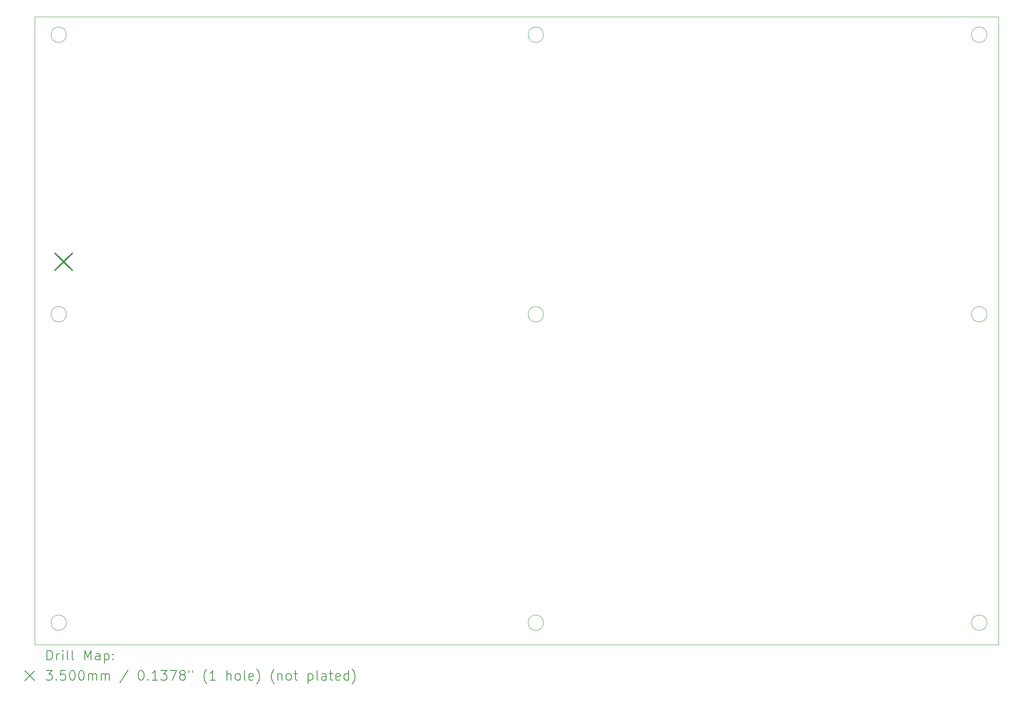
<source format=gbr>
%TF.GenerationSoftware,KiCad,Pcbnew,8.0.8*%
%TF.CreationDate,2025-03-23T17:19:28+09:00*%
%TF.ProjectId,mainBorad,6d61696e-426f-4726-9164-2e6b69636164,rev?*%
%TF.SameCoordinates,Original*%
%TF.FileFunction,Drillmap*%
%TF.FilePolarity,Positive*%
%FSLAX45Y45*%
G04 Gerber Fmt 4.5, Leading zero omitted, Abs format (unit mm)*
G04 Created by KiCad (PCBNEW 8.0.8) date 2025-03-23 17:19:28*
%MOMM*%
%LPD*%
G01*
G04 APERTURE LIST*
%ADD10C,0.050000*%
%ADD11C,0.200000*%
%ADD12C,0.350000*%
G04 APERTURE END LIST*
D10*
X3060000Y-8200000D02*
G75*
G02*
X2740000Y-8200000I-160000J0D01*
G01*
X2740000Y-8200000D02*
G75*
G02*
X3060000Y-8200000I160000J0D01*
G01*
X22160000Y-14600000D02*
G75*
G02*
X21840000Y-14600000I-160000J0D01*
G01*
X21840000Y-14600000D02*
G75*
G02*
X22160000Y-14600000I160000J0D01*
G01*
X22160000Y-2400000D02*
G75*
G02*
X21840000Y-2400000I-160000J0D01*
G01*
X21840000Y-2400000D02*
G75*
G02*
X22160000Y-2400000I160000J0D01*
G01*
X12960000Y-2400000D02*
G75*
G02*
X12640000Y-2400000I-160000J0D01*
G01*
X12640000Y-2400000D02*
G75*
G02*
X12960000Y-2400000I160000J0D01*
G01*
X2400000Y-2027000D02*
X22400000Y-2027000D01*
X22400000Y-15058500D01*
X2400000Y-15058500D01*
X2400000Y-2027000D01*
X12960000Y-14600000D02*
G75*
G02*
X12640000Y-14600000I-160000J0D01*
G01*
X12640000Y-14600000D02*
G75*
G02*
X12960000Y-14600000I160000J0D01*
G01*
X3060000Y-2400000D02*
G75*
G02*
X2740000Y-2400000I-160000J0D01*
G01*
X2740000Y-2400000D02*
G75*
G02*
X3060000Y-2400000I160000J0D01*
G01*
X22160000Y-8200000D02*
G75*
G02*
X21840000Y-8200000I-160000J0D01*
G01*
X21840000Y-8200000D02*
G75*
G02*
X22160000Y-8200000I160000J0D01*
G01*
X12960000Y-8200000D02*
G75*
G02*
X12640000Y-8200000I-160000J0D01*
G01*
X12640000Y-8200000D02*
G75*
G02*
X12960000Y-8200000I160000J0D01*
G01*
X3060000Y-14600000D02*
G75*
G02*
X2740000Y-14600000I-160000J0D01*
G01*
X2740000Y-14600000D02*
G75*
G02*
X3060000Y-14600000I160000J0D01*
G01*
D11*
D12*
X2828500Y-6937000D02*
X3178500Y-7287000D01*
X3178500Y-6937000D02*
X2828500Y-7287000D01*
D11*
X2658277Y-15372484D02*
X2658277Y-15172484D01*
X2658277Y-15172484D02*
X2705896Y-15172484D01*
X2705896Y-15172484D02*
X2734467Y-15182008D01*
X2734467Y-15182008D02*
X2753515Y-15201055D01*
X2753515Y-15201055D02*
X2763039Y-15220103D01*
X2763039Y-15220103D02*
X2772563Y-15258198D01*
X2772563Y-15258198D02*
X2772563Y-15286769D01*
X2772563Y-15286769D02*
X2763039Y-15324865D01*
X2763039Y-15324865D02*
X2753515Y-15343912D01*
X2753515Y-15343912D02*
X2734467Y-15362960D01*
X2734467Y-15362960D02*
X2705896Y-15372484D01*
X2705896Y-15372484D02*
X2658277Y-15372484D01*
X2858277Y-15372484D02*
X2858277Y-15239150D01*
X2858277Y-15277246D02*
X2867801Y-15258198D01*
X2867801Y-15258198D02*
X2877324Y-15248674D01*
X2877324Y-15248674D02*
X2896372Y-15239150D01*
X2896372Y-15239150D02*
X2915420Y-15239150D01*
X2982086Y-15372484D02*
X2982086Y-15239150D01*
X2982086Y-15172484D02*
X2972562Y-15182008D01*
X2972562Y-15182008D02*
X2982086Y-15191531D01*
X2982086Y-15191531D02*
X2991610Y-15182008D01*
X2991610Y-15182008D02*
X2982086Y-15172484D01*
X2982086Y-15172484D02*
X2982086Y-15191531D01*
X3105896Y-15372484D02*
X3086848Y-15362960D01*
X3086848Y-15362960D02*
X3077324Y-15343912D01*
X3077324Y-15343912D02*
X3077324Y-15172484D01*
X3210658Y-15372484D02*
X3191610Y-15362960D01*
X3191610Y-15362960D02*
X3182086Y-15343912D01*
X3182086Y-15343912D02*
X3182086Y-15172484D01*
X3439229Y-15372484D02*
X3439229Y-15172484D01*
X3439229Y-15172484D02*
X3505896Y-15315341D01*
X3505896Y-15315341D02*
X3572562Y-15172484D01*
X3572562Y-15172484D02*
X3572562Y-15372484D01*
X3753515Y-15372484D02*
X3753515Y-15267722D01*
X3753515Y-15267722D02*
X3743991Y-15248674D01*
X3743991Y-15248674D02*
X3724943Y-15239150D01*
X3724943Y-15239150D02*
X3686848Y-15239150D01*
X3686848Y-15239150D02*
X3667801Y-15248674D01*
X3753515Y-15362960D02*
X3734467Y-15372484D01*
X3734467Y-15372484D02*
X3686848Y-15372484D01*
X3686848Y-15372484D02*
X3667801Y-15362960D01*
X3667801Y-15362960D02*
X3658277Y-15343912D01*
X3658277Y-15343912D02*
X3658277Y-15324865D01*
X3658277Y-15324865D02*
X3667801Y-15305817D01*
X3667801Y-15305817D02*
X3686848Y-15296293D01*
X3686848Y-15296293D02*
X3734467Y-15296293D01*
X3734467Y-15296293D02*
X3753515Y-15286769D01*
X3848753Y-15239150D02*
X3848753Y-15439150D01*
X3848753Y-15248674D02*
X3867801Y-15239150D01*
X3867801Y-15239150D02*
X3905896Y-15239150D01*
X3905896Y-15239150D02*
X3924943Y-15248674D01*
X3924943Y-15248674D02*
X3934467Y-15258198D01*
X3934467Y-15258198D02*
X3943991Y-15277246D01*
X3943991Y-15277246D02*
X3943991Y-15334388D01*
X3943991Y-15334388D02*
X3934467Y-15353436D01*
X3934467Y-15353436D02*
X3924943Y-15362960D01*
X3924943Y-15362960D02*
X3905896Y-15372484D01*
X3905896Y-15372484D02*
X3867801Y-15372484D01*
X3867801Y-15372484D02*
X3848753Y-15362960D01*
X4029705Y-15353436D02*
X4039229Y-15362960D01*
X4039229Y-15362960D02*
X4029705Y-15372484D01*
X4029705Y-15372484D02*
X4020182Y-15362960D01*
X4020182Y-15362960D02*
X4029705Y-15353436D01*
X4029705Y-15353436D02*
X4029705Y-15372484D01*
X4029705Y-15248674D02*
X4039229Y-15258198D01*
X4039229Y-15258198D02*
X4029705Y-15267722D01*
X4029705Y-15267722D02*
X4020182Y-15258198D01*
X4020182Y-15258198D02*
X4029705Y-15248674D01*
X4029705Y-15248674D02*
X4029705Y-15267722D01*
X2197500Y-15601000D02*
X2397500Y-15801000D01*
X2397500Y-15601000D02*
X2197500Y-15801000D01*
X2639229Y-15592484D02*
X2763039Y-15592484D01*
X2763039Y-15592484D02*
X2696372Y-15668674D01*
X2696372Y-15668674D02*
X2724944Y-15668674D01*
X2724944Y-15668674D02*
X2743991Y-15678198D01*
X2743991Y-15678198D02*
X2753515Y-15687722D01*
X2753515Y-15687722D02*
X2763039Y-15706769D01*
X2763039Y-15706769D02*
X2763039Y-15754388D01*
X2763039Y-15754388D02*
X2753515Y-15773436D01*
X2753515Y-15773436D02*
X2743991Y-15782960D01*
X2743991Y-15782960D02*
X2724944Y-15792484D01*
X2724944Y-15792484D02*
X2667801Y-15792484D01*
X2667801Y-15792484D02*
X2648753Y-15782960D01*
X2648753Y-15782960D02*
X2639229Y-15773436D01*
X2848753Y-15773436D02*
X2858277Y-15782960D01*
X2858277Y-15782960D02*
X2848753Y-15792484D01*
X2848753Y-15792484D02*
X2839229Y-15782960D01*
X2839229Y-15782960D02*
X2848753Y-15773436D01*
X2848753Y-15773436D02*
X2848753Y-15792484D01*
X3039229Y-15592484D02*
X2943991Y-15592484D01*
X2943991Y-15592484D02*
X2934467Y-15687722D01*
X2934467Y-15687722D02*
X2943991Y-15678198D01*
X2943991Y-15678198D02*
X2963039Y-15668674D01*
X2963039Y-15668674D02*
X3010658Y-15668674D01*
X3010658Y-15668674D02*
X3029705Y-15678198D01*
X3029705Y-15678198D02*
X3039229Y-15687722D01*
X3039229Y-15687722D02*
X3048753Y-15706769D01*
X3048753Y-15706769D02*
X3048753Y-15754388D01*
X3048753Y-15754388D02*
X3039229Y-15773436D01*
X3039229Y-15773436D02*
X3029705Y-15782960D01*
X3029705Y-15782960D02*
X3010658Y-15792484D01*
X3010658Y-15792484D02*
X2963039Y-15792484D01*
X2963039Y-15792484D02*
X2943991Y-15782960D01*
X2943991Y-15782960D02*
X2934467Y-15773436D01*
X3172562Y-15592484D02*
X3191610Y-15592484D01*
X3191610Y-15592484D02*
X3210658Y-15602008D01*
X3210658Y-15602008D02*
X3220182Y-15611531D01*
X3220182Y-15611531D02*
X3229705Y-15630579D01*
X3229705Y-15630579D02*
X3239229Y-15668674D01*
X3239229Y-15668674D02*
X3239229Y-15716293D01*
X3239229Y-15716293D02*
X3229705Y-15754388D01*
X3229705Y-15754388D02*
X3220182Y-15773436D01*
X3220182Y-15773436D02*
X3210658Y-15782960D01*
X3210658Y-15782960D02*
X3191610Y-15792484D01*
X3191610Y-15792484D02*
X3172562Y-15792484D01*
X3172562Y-15792484D02*
X3153515Y-15782960D01*
X3153515Y-15782960D02*
X3143991Y-15773436D01*
X3143991Y-15773436D02*
X3134467Y-15754388D01*
X3134467Y-15754388D02*
X3124943Y-15716293D01*
X3124943Y-15716293D02*
X3124943Y-15668674D01*
X3124943Y-15668674D02*
X3134467Y-15630579D01*
X3134467Y-15630579D02*
X3143991Y-15611531D01*
X3143991Y-15611531D02*
X3153515Y-15602008D01*
X3153515Y-15602008D02*
X3172562Y-15592484D01*
X3363039Y-15592484D02*
X3382086Y-15592484D01*
X3382086Y-15592484D02*
X3401134Y-15602008D01*
X3401134Y-15602008D02*
X3410658Y-15611531D01*
X3410658Y-15611531D02*
X3420182Y-15630579D01*
X3420182Y-15630579D02*
X3429705Y-15668674D01*
X3429705Y-15668674D02*
X3429705Y-15716293D01*
X3429705Y-15716293D02*
X3420182Y-15754388D01*
X3420182Y-15754388D02*
X3410658Y-15773436D01*
X3410658Y-15773436D02*
X3401134Y-15782960D01*
X3401134Y-15782960D02*
X3382086Y-15792484D01*
X3382086Y-15792484D02*
X3363039Y-15792484D01*
X3363039Y-15792484D02*
X3343991Y-15782960D01*
X3343991Y-15782960D02*
X3334467Y-15773436D01*
X3334467Y-15773436D02*
X3324943Y-15754388D01*
X3324943Y-15754388D02*
X3315420Y-15716293D01*
X3315420Y-15716293D02*
X3315420Y-15668674D01*
X3315420Y-15668674D02*
X3324943Y-15630579D01*
X3324943Y-15630579D02*
X3334467Y-15611531D01*
X3334467Y-15611531D02*
X3343991Y-15602008D01*
X3343991Y-15602008D02*
X3363039Y-15592484D01*
X3515420Y-15792484D02*
X3515420Y-15659150D01*
X3515420Y-15678198D02*
X3524943Y-15668674D01*
X3524943Y-15668674D02*
X3543991Y-15659150D01*
X3543991Y-15659150D02*
X3572563Y-15659150D01*
X3572563Y-15659150D02*
X3591610Y-15668674D01*
X3591610Y-15668674D02*
X3601134Y-15687722D01*
X3601134Y-15687722D02*
X3601134Y-15792484D01*
X3601134Y-15687722D02*
X3610658Y-15668674D01*
X3610658Y-15668674D02*
X3629705Y-15659150D01*
X3629705Y-15659150D02*
X3658277Y-15659150D01*
X3658277Y-15659150D02*
X3677324Y-15668674D01*
X3677324Y-15668674D02*
X3686848Y-15687722D01*
X3686848Y-15687722D02*
X3686848Y-15792484D01*
X3782086Y-15792484D02*
X3782086Y-15659150D01*
X3782086Y-15678198D02*
X3791610Y-15668674D01*
X3791610Y-15668674D02*
X3810658Y-15659150D01*
X3810658Y-15659150D02*
X3839229Y-15659150D01*
X3839229Y-15659150D02*
X3858277Y-15668674D01*
X3858277Y-15668674D02*
X3867801Y-15687722D01*
X3867801Y-15687722D02*
X3867801Y-15792484D01*
X3867801Y-15687722D02*
X3877324Y-15668674D01*
X3877324Y-15668674D02*
X3896372Y-15659150D01*
X3896372Y-15659150D02*
X3924943Y-15659150D01*
X3924943Y-15659150D02*
X3943991Y-15668674D01*
X3943991Y-15668674D02*
X3953515Y-15687722D01*
X3953515Y-15687722D02*
X3953515Y-15792484D01*
X4343991Y-15582960D02*
X4172563Y-15840103D01*
X4601134Y-15592484D02*
X4620182Y-15592484D01*
X4620182Y-15592484D02*
X4639229Y-15602008D01*
X4639229Y-15602008D02*
X4648753Y-15611531D01*
X4648753Y-15611531D02*
X4658277Y-15630579D01*
X4658277Y-15630579D02*
X4667801Y-15668674D01*
X4667801Y-15668674D02*
X4667801Y-15716293D01*
X4667801Y-15716293D02*
X4658277Y-15754388D01*
X4658277Y-15754388D02*
X4648753Y-15773436D01*
X4648753Y-15773436D02*
X4639229Y-15782960D01*
X4639229Y-15782960D02*
X4620182Y-15792484D01*
X4620182Y-15792484D02*
X4601134Y-15792484D01*
X4601134Y-15792484D02*
X4582087Y-15782960D01*
X4582087Y-15782960D02*
X4572563Y-15773436D01*
X4572563Y-15773436D02*
X4563039Y-15754388D01*
X4563039Y-15754388D02*
X4553515Y-15716293D01*
X4553515Y-15716293D02*
X4553515Y-15668674D01*
X4553515Y-15668674D02*
X4563039Y-15630579D01*
X4563039Y-15630579D02*
X4572563Y-15611531D01*
X4572563Y-15611531D02*
X4582087Y-15602008D01*
X4582087Y-15602008D02*
X4601134Y-15592484D01*
X4753515Y-15773436D02*
X4763039Y-15782960D01*
X4763039Y-15782960D02*
X4753515Y-15792484D01*
X4753515Y-15792484D02*
X4743991Y-15782960D01*
X4743991Y-15782960D02*
X4753515Y-15773436D01*
X4753515Y-15773436D02*
X4753515Y-15792484D01*
X4953515Y-15792484D02*
X4839229Y-15792484D01*
X4896372Y-15792484D02*
X4896372Y-15592484D01*
X4896372Y-15592484D02*
X4877325Y-15621055D01*
X4877325Y-15621055D02*
X4858277Y-15640103D01*
X4858277Y-15640103D02*
X4839229Y-15649627D01*
X5020182Y-15592484D02*
X5143991Y-15592484D01*
X5143991Y-15592484D02*
X5077325Y-15668674D01*
X5077325Y-15668674D02*
X5105896Y-15668674D01*
X5105896Y-15668674D02*
X5124944Y-15678198D01*
X5124944Y-15678198D02*
X5134468Y-15687722D01*
X5134468Y-15687722D02*
X5143991Y-15706769D01*
X5143991Y-15706769D02*
X5143991Y-15754388D01*
X5143991Y-15754388D02*
X5134468Y-15773436D01*
X5134468Y-15773436D02*
X5124944Y-15782960D01*
X5124944Y-15782960D02*
X5105896Y-15792484D01*
X5105896Y-15792484D02*
X5048753Y-15792484D01*
X5048753Y-15792484D02*
X5029706Y-15782960D01*
X5029706Y-15782960D02*
X5020182Y-15773436D01*
X5210658Y-15592484D02*
X5343991Y-15592484D01*
X5343991Y-15592484D02*
X5258277Y-15792484D01*
X5448753Y-15678198D02*
X5429706Y-15668674D01*
X5429706Y-15668674D02*
X5420182Y-15659150D01*
X5420182Y-15659150D02*
X5410658Y-15640103D01*
X5410658Y-15640103D02*
X5410658Y-15630579D01*
X5410658Y-15630579D02*
X5420182Y-15611531D01*
X5420182Y-15611531D02*
X5429706Y-15602008D01*
X5429706Y-15602008D02*
X5448753Y-15592484D01*
X5448753Y-15592484D02*
X5486849Y-15592484D01*
X5486849Y-15592484D02*
X5505896Y-15602008D01*
X5505896Y-15602008D02*
X5515420Y-15611531D01*
X5515420Y-15611531D02*
X5524944Y-15630579D01*
X5524944Y-15630579D02*
X5524944Y-15640103D01*
X5524944Y-15640103D02*
X5515420Y-15659150D01*
X5515420Y-15659150D02*
X5505896Y-15668674D01*
X5505896Y-15668674D02*
X5486849Y-15678198D01*
X5486849Y-15678198D02*
X5448753Y-15678198D01*
X5448753Y-15678198D02*
X5429706Y-15687722D01*
X5429706Y-15687722D02*
X5420182Y-15697246D01*
X5420182Y-15697246D02*
X5410658Y-15716293D01*
X5410658Y-15716293D02*
X5410658Y-15754388D01*
X5410658Y-15754388D02*
X5420182Y-15773436D01*
X5420182Y-15773436D02*
X5429706Y-15782960D01*
X5429706Y-15782960D02*
X5448753Y-15792484D01*
X5448753Y-15792484D02*
X5486849Y-15792484D01*
X5486849Y-15792484D02*
X5505896Y-15782960D01*
X5505896Y-15782960D02*
X5515420Y-15773436D01*
X5515420Y-15773436D02*
X5524944Y-15754388D01*
X5524944Y-15754388D02*
X5524944Y-15716293D01*
X5524944Y-15716293D02*
X5515420Y-15697246D01*
X5515420Y-15697246D02*
X5505896Y-15687722D01*
X5505896Y-15687722D02*
X5486849Y-15678198D01*
X5601134Y-15592484D02*
X5601134Y-15630579D01*
X5677325Y-15592484D02*
X5677325Y-15630579D01*
X5972563Y-15868674D02*
X5963039Y-15859150D01*
X5963039Y-15859150D02*
X5943991Y-15830579D01*
X5943991Y-15830579D02*
X5934468Y-15811531D01*
X5934468Y-15811531D02*
X5924944Y-15782960D01*
X5924944Y-15782960D02*
X5915420Y-15735341D01*
X5915420Y-15735341D02*
X5915420Y-15697246D01*
X5915420Y-15697246D02*
X5924944Y-15649627D01*
X5924944Y-15649627D02*
X5934468Y-15621055D01*
X5934468Y-15621055D02*
X5943991Y-15602008D01*
X5943991Y-15602008D02*
X5963039Y-15573436D01*
X5963039Y-15573436D02*
X5972563Y-15563912D01*
X6153515Y-15792484D02*
X6039229Y-15792484D01*
X6096372Y-15792484D02*
X6096372Y-15592484D01*
X6096372Y-15592484D02*
X6077325Y-15621055D01*
X6077325Y-15621055D02*
X6058277Y-15640103D01*
X6058277Y-15640103D02*
X6039229Y-15649627D01*
X6391610Y-15792484D02*
X6391610Y-15592484D01*
X6477325Y-15792484D02*
X6477325Y-15687722D01*
X6477325Y-15687722D02*
X6467801Y-15668674D01*
X6467801Y-15668674D02*
X6448753Y-15659150D01*
X6448753Y-15659150D02*
X6420182Y-15659150D01*
X6420182Y-15659150D02*
X6401134Y-15668674D01*
X6401134Y-15668674D02*
X6391610Y-15678198D01*
X6601134Y-15792484D02*
X6582087Y-15782960D01*
X6582087Y-15782960D02*
X6572563Y-15773436D01*
X6572563Y-15773436D02*
X6563039Y-15754388D01*
X6563039Y-15754388D02*
X6563039Y-15697246D01*
X6563039Y-15697246D02*
X6572563Y-15678198D01*
X6572563Y-15678198D02*
X6582087Y-15668674D01*
X6582087Y-15668674D02*
X6601134Y-15659150D01*
X6601134Y-15659150D02*
X6629706Y-15659150D01*
X6629706Y-15659150D02*
X6648753Y-15668674D01*
X6648753Y-15668674D02*
X6658277Y-15678198D01*
X6658277Y-15678198D02*
X6667801Y-15697246D01*
X6667801Y-15697246D02*
X6667801Y-15754388D01*
X6667801Y-15754388D02*
X6658277Y-15773436D01*
X6658277Y-15773436D02*
X6648753Y-15782960D01*
X6648753Y-15782960D02*
X6629706Y-15792484D01*
X6629706Y-15792484D02*
X6601134Y-15792484D01*
X6782087Y-15792484D02*
X6763039Y-15782960D01*
X6763039Y-15782960D02*
X6753515Y-15763912D01*
X6753515Y-15763912D02*
X6753515Y-15592484D01*
X6934468Y-15782960D02*
X6915420Y-15792484D01*
X6915420Y-15792484D02*
X6877325Y-15792484D01*
X6877325Y-15792484D02*
X6858277Y-15782960D01*
X6858277Y-15782960D02*
X6848753Y-15763912D01*
X6848753Y-15763912D02*
X6848753Y-15687722D01*
X6848753Y-15687722D02*
X6858277Y-15668674D01*
X6858277Y-15668674D02*
X6877325Y-15659150D01*
X6877325Y-15659150D02*
X6915420Y-15659150D01*
X6915420Y-15659150D02*
X6934468Y-15668674D01*
X6934468Y-15668674D02*
X6943991Y-15687722D01*
X6943991Y-15687722D02*
X6943991Y-15706769D01*
X6943991Y-15706769D02*
X6848753Y-15725817D01*
X7010658Y-15868674D02*
X7020182Y-15859150D01*
X7020182Y-15859150D02*
X7039230Y-15830579D01*
X7039230Y-15830579D02*
X7048753Y-15811531D01*
X7048753Y-15811531D02*
X7058277Y-15782960D01*
X7058277Y-15782960D02*
X7067801Y-15735341D01*
X7067801Y-15735341D02*
X7067801Y-15697246D01*
X7067801Y-15697246D02*
X7058277Y-15649627D01*
X7058277Y-15649627D02*
X7048753Y-15621055D01*
X7048753Y-15621055D02*
X7039230Y-15602008D01*
X7039230Y-15602008D02*
X7020182Y-15573436D01*
X7020182Y-15573436D02*
X7010658Y-15563912D01*
X7372563Y-15868674D02*
X7363039Y-15859150D01*
X7363039Y-15859150D02*
X7343991Y-15830579D01*
X7343991Y-15830579D02*
X7334468Y-15811531D01*
X7334468Y-15811531D02*
X7324944Y-15782960D01*
X7324944Y-15782960D02*
X7315420Y-15735341D01*
X7315420Y-15735341D02*
X7315420Y-15697246D01*
X7315420Y-15697246D02*
X7324944Y-15649627D01*
X7324944Y-15649627D02*
X7334468Y-15621055D01*
X7334468Y-15621055D02*
X7343991Y-15602008D01*
X7343991Y-15602008D02*
X7363039Y-15573436D01*
X7363039Y-15573436D02*
X7372563Y-15563912D01*
X7448753Y-15659150D02*
X7448753Y-15792484D01*
X7448753Y-15678198D02*
X7458277Y-15668674D01*
X7458277Y-15668674D02*
X7477325Y-15659150D01*
X7477325Y-15659150D02*
X7505896Y-15659150D01*
X7505896Y-15659150D02*
X7524944Y-15668674D01*
X7524944Y-15668674D02*
X7534468Y-15687722D01*
X7534468Y-15687722D02*
X7534468Y-15792484D01*
X7658277Y-15792484D02*
X7639230Y-15782960D01*
X7639230Y-15782960D02*
X7629706Y-15773436D01*
X7629706Y-15773436D02*
X7620182Y-15754388D01*
X7620182Y-15754388D02*
X7620182Y-15697246D01*
X7620182Y-15697246D02*
X7629706Y-15678198D01*
X7629706Y-15678198D02*
X7639230Y-15668674D01*
X7639230Y-15668674D02*
X7658277Y-15659150D01*
X7658277Y-15659150D02*
X7686849Y-15659150D01*
X7686849Y-15659150D02*
X7705896Y-15668674D01*
X7705896Y-15668674D02*
X7715420Y-15678198D01*
X7715420Y-15678198D02*
X7724944Y-15697246D01*
X7724944Y-15697246D02*
X7724944Y-15754388D01*
X7724944Y-15754388D02*
X7715420Y-15773436D01*
X7715420Y-15773436D02*
X7705896Y-15782960D01*
X7705896Y-15782960D02*
X7686849Y-15792484D01*
X7686849Y-15792484D02*
X7658277Y-15792484D01*
X7782087Y-15659150D02*
X7858277Y-15659150D01*
X7810658Y-15592484D02*
X7810658Y-15763912D01*
X7810658Y-15763912D02*
X7820182Y-15782960D01*
X7820182Y-15782960D02*
X7839230Y-15792484D01*
X7839230Y-15792484D02*
X7858277Y-15792484D01*
X8077325Y-15659150D02*
X8077325Y-15859150D01*
X8077325Y-15668674D02*
X8096372Y-15659150D01*
X8096372Y-15659150D02*
X8134468Y-15659150D01*
X8134468Y-15659150D02*
X8153515Y-15668674D01*
X8153515Y-15668674D02*
X8163039Y-15678198D01*
X8163039Y-15678198D02*
X8172563Y-15697246D01*
X8172563Y-15697246D02*
X8172563Y-15754388D01*
X8172563Y-15754388D02*
X8163039Y-15773436D01*
X8163039Y-15773436D02*
X8153515Y-15782960D01*
X8153515Y-15782960D02*
X8134468Y-15792484D01*
X8134468Y-15792484D02*
X8096372Y-15792484D01*
X8096372Y-15792484D02*
X8077325Y-15782960D01*
X8286849Y-15792484D02*
X8267801Y-15782960D01*
X8267801Y-15782960D02*
X8258277Y-15763912D01*
X8258277Y-15763912D02*
X8258277Y-15592484D01*
X8448754Y-15792484D02*
X8448754Y-15687722D01*
X8448754Y-15687722D02*
X8439230Y-15668674D01*
X8439230Y-15668674D02*
X8420182Y-15659150D01*
X8420182Y-15659150D02*
X8382087Y-15659150D01*
X8382087Y-15659150D02*
X8363039Y-15668674D01*
X8448754Y-15782960D02*
X8429706Y-15792484D01*
X8429706Y-15792484D02*
X8382087Y-15792484D01*
X8382087Y-15792484D02*
X8363039Y-15782960D01*
X8363039Y-15782960D02*
X8353515Y-15763912D01*
X8353515Y-15763912D02*
X8353515Y-15744865D01*
X8353515Y-15744865D02*
X8363039Y-15725817D01*
X8363039Y-15725817D02*
X8382087Y-15716293D01*
X8382087Y-15716293D02*
X8429706Y-15716293D01*
X8429706Y-15716293D02*
X8448754Y-15706769D01*
X8515420Y-15659150D02*
X8591611Y-15659150D01*
X8543992Y-15592484D02*
X8543992Y-15763912D01*
X8543992Y-15763912D02*
X8553515Y-15782960D01*
X8553515Y-15782960D02*
X8572563Y-15792484D01*
X8572563Y-15792484D02*
X8591611Y-15792484D01*
X8734468Y-15782960D02*
X8715420Y-15792484D01*
X8715420Y-15792484D02*
X8677325Y-15792484D01*
X8677325Y-15792484D02*
X8658277Y-15782960D01*
X8658277Y-15782960D02*
X8648754Y-15763912D01*
X8648754Y-15763912D02*
X8648754Y-15687722D01*
X8648754Y-15687722D02*
X8658277Y-15668674D01*
X8658277Y-15668674D02*
X8677325Y-15659150D01*
X8677325Y-15659150D02*
X8715420Y-15659150D01*
X8715420Y-15659150D02*
X8734468Y-15668674D01*
X8734468Y-15668674D02*
X8743992Y-15687722D01*
X8743992Y-15687722D02*
X8743992Y-15706769D01*
X8743992Y-15706769D02*
X8648754Y-15725817D01*
X8915420Y-15792484D02*
X8915420Y-15592484D01*
X8915420Y-15782960D02*
X8896373Y-15792484D01*
X8896373Y-15792484D02*
X8858277Y-15792484D01*
X8858277Y-15792484D02*
X8839230Y-15782960D01*
X8839230Y-15782960D02*
X8829706Y-15773436D01*
X8829706Y-15773436D02*
X8820182Y-15754388D01*
X8820182Y-15754388D02*
X8820182Y-15697246D01*
X8820182Y-15697246D02*
X8829706Y-15678198D01*
X8829706Y-15678198D02*
X8839230Y-15668674D01*
X8839230Y-15668674D02*
X8858277Y-15659150D01*
X8858277Y-15659150D02*
X8896373Y-15659150D01*
X8896373Y-15659150D02*
X8915420Y-15668674D01*
X8991611Y-15868674D02*
X9001135Y-15859150D01*
X9001135Y-15859150D02*
X9020182Y-15830579D01*
X9020182Y-15830579D02*
X9029706Y-15811531D01*
X9029706Y-15811531D02*
X9039230Y-15782960D01*
X9039230Y-15782960D02*
X9048754Y-15735341D01*
X9048754Y-15735341D02*
X9048754Y-15697246D01*
X9048754Y-15697246D02*
X9039230Y-15649627D01*
X9039230Y-15649627D02*
X9029706Y-15621055D01*
X9029706Y-15621055D02*
X9020182Y-15602008D01*
X9020182Y-15602008D02*
X9001135Y-15573436D01*
X9001135Y-15573436D02*
X8991611Y-15563912D01*
M02*

</source>
